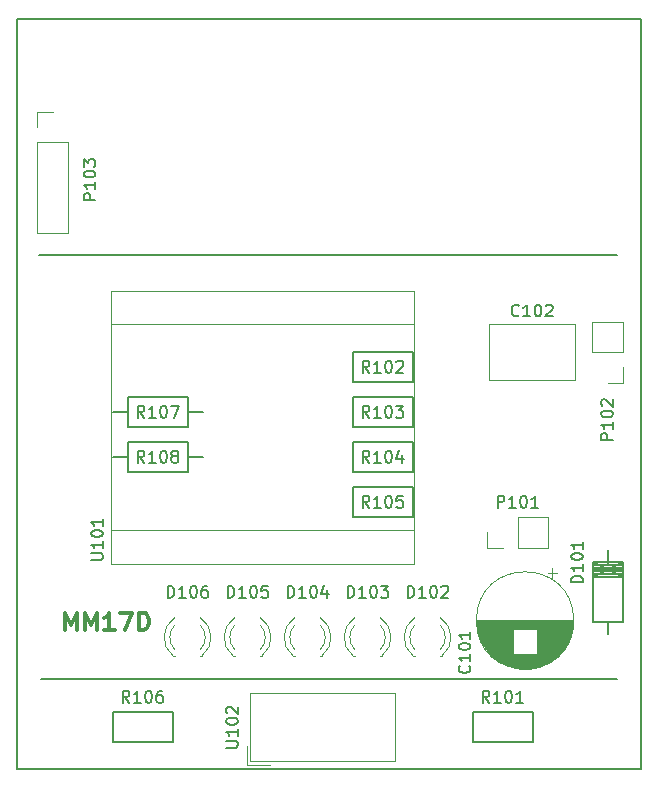
<source format=gbr>
%TF.GenerationSoftware,KiCad,Pcbnew,5.1.9+dfsg1-1+deb11u1*%
%TF.CreationDate,2023-10-13T11:59:52+02:00*%
%TF.ProjectId,mm17d,6d6d3137-642e-46b6-9963-61645f706362,231006*%
%TF.SameCoordinates,Original*%
%TF.FileFunction,Legend,Top*%
%TF.FilePolarity,Positive*%
%FSLAX46Y46*%
G04 Gerber Fmt 4.6, Leading zero omitted, Abs format (unit mm)*
G04 Created by KiCad (PCBNEW 5.1.9+dfsg1-1+deb11u1) date 2023-10-13 11:59:52*
%MOMM*%
%LPD*%
G01*
G04 APERTURE LIST*
%ADD10C,0.300000*%
%TA.AperFunction,Profile*%
%ADD11C,0.150000*%
%TD*%
%ADD12C,0.200000*%
%ADD13C,0.120000*%
%ADD14C,0.150000*%
G04 APERTURE END LIST*
D10*
X128036285Y-118788571D02*
X128036285Y-117288571D01*
X128536285Y-118360000D01*
X129036285Y-117288571D01*
X129036285Y-118788571D01*
X129750571Y-118788571D02*
X129750571Y-117288571D01*
X130250571Y-118360000D01*
X130750571Y-117288571D01*
X130750571Y-118788571D01*
X132250571Y-118788571D02*
X131393428Y-118788571D01*
X131822000Y-118788571D02*
X131822000Y-117288571D01*
X131679142Y-117502857D01*
X131536285Y-117645714D01*
X131393428Y-117717142D01*
X132750571Y-117288571D02*
X133750571Y-117288571D01*
X133107714Y-118788571D01*
X134322000Y-118788571D02*
X134322000Y-117288571D01*
X134679142Y-117288571D01*
X134893428Y-117360000D01*
X135036285Y-117502857D01*
X135107714Y-117645714D01*
X135179142Y-117931428D01*
X135179142Y-118145714D01*
X135107714Y-118431428D01*
X135036285Y-118574285D01*
X134893428Y-118717142D01*
X134679142Y-118788571D01*
X134322000Y-118788571D01*
D11*
X123952000Y-67056000D02*
X123952000Y-130556000D01*
X176784000Y-67056000D02*
X123952000Y-67056000D01*
X176784000Y-130556000D02*
X176784000Y-67056000D01*
X123952000Y-130556000D02*
X176784000Y-130556000D01*
D12*
X125984000Y-122936000D02*
X174752000Y-122936000D01*
X174752000Y-86995000D02*
X125857000Y-86995000D01*
D13*
%TO.C,P103*%
X125670000Y-74870000D02*
X127000000Y-74870000D01*
X125670000Y-76200000D02*
X125670000Y-74870000D01*
X125670000Y-77470000D02*
X128330000Y-77470000D01*
X128330000Y-77470000D02*
X128330000Y-85150000D01*
X125670000Y-77470000D02*
X125670000Y-85150000D01*
X125670000Y-85150000D02*
X128330000Y-85150000D01*
%TO.C,U101*%
X157600000Y-94250000D02*
X157600000Y-92880000D01*
X157600000Y-92880000D02*
X131960000Y-92880000D01*
X131960000Y-92880000D02*
X131960000Y-97620000D01*
X131960000Y-110320000D02*
X157600000Y-110320000D01*
X157600000Y-97620000D02*
X157600000Y-96250000D01*
X157600000Y-90050000D02*
X131960000Y-90050000D01*
X131960000Y-90050000D02*
X131960000Y-113150000D01*
X131960000Y-113150000D02*
X157600000Y-113150000D01*
X157607000Y-113131600D02*
X157600000Y-90050000D01*
D14*
%TO.C,R102*%
X157480000Y-97790000D02*
X152400000Y-97790000D01*
X152400000Y-97790000D02*
X152400000Y-95250000D01*
X152400000Y-95250000D02*
X157480000Y-95250000D01*
X157480000Y-95250000D02*
X157480000Y-97790000D01*
%TO.C,R103*%
X152400000Y-99060000D02*
X157480000Y-99060000D01*
X157480000Y-99060000D02*
X157480000Y-101600000D01*
X157480000Y-101600000D02*
X152400000Y-101600000D01*
X152400000Y-101600000D02*
X152400000Y-99060000D01*
%TO.C,R105*%
X152400000Y-106680000D02*
X157480000Y-106680000D01*
X157480000Y-106680000D02*
X157480000Y-109220000D01*
X157480000Y-109220000D02*
X152400000Y-109220000D01*
X152400000Y-109220000D02*
X152400000Y-106680000D01*
%TO.C,R104*%
X152400000Y-102870000D02*
X157480000Y-102870000D01*
X157480000Y-102870000D02*
X157480000Y-105410000D01*
X157480000Y-105410000D02*
X152400000Y-105410000D01*
X152400000Y-105410000D02*
X152400000Y-102870000D01*
%TO.C,R106*%
X132080000Y-125730000D02*
X137160000Y-125730000D01*
X137160000Y-125730000D02*
X137160000Y-128270000D01*
X137160000Y-128270000D02*
X132080000Y-128270000D01*
X132080000Y-128270000D02*
X132080000Y-125730000D01*
%TO.C,R107*%
X133350000Y-99060000D02*
X138430000Y-99060000D01*
X138430000Y-99060000D02*
X138430000Y-101600000D01*
X138430000Y-101600000D02*
X133350000Y-101600000D01*
X133350000Y-101600000D02*
X133350000Y-99060000D01*
X133350000Y-100330000D02*
X132080000Y-100330000D01*
X138430000Y-100330000D02*
X139700000Y-100330000D01*
%TO.C,R108*%
X133350000Y-102870000D02*
X138430000Y-102870000D01*
X138430000Y-102870000D02*
X138430000Y-105410000D01*
X138430000Y-105410000D02*
X133350000Y-105410000D01*
X133350000Y-105410000D02*
X133350000Y-102870000D01*
X133350000Y-104140000D02*
X132080000Y-104140000D01*
X138430000Y-104140000D02*
X139700000Y-104140000D01*
%TO.C,R101*%
X167640000Y-128270000D02*
X162560000Y-128270000D01*
X162560000Y-128270000D02*
X162560000Y-125730000D01*
X162560000Y-125730000D02*
X167640000Y-125730000D01*
X167640000Y-125730000D02*
X167640000Y-128270000D01*
%TO.C,D101*%
X173992540Y-118110000D02*
X173992540Y-119126000D01*
X173992540Y-113284000D02*
X173992540Y-112014000D01*
X175262540Y-113538000D02*
X172722540Y-113538000D01*
X175262540Y-113792000D02*
X172722540Y-113792000D01*
X175262540Y-114046000D02*
X172722540Y-114046000D01*
X175262540Y-113284000D02*
X172722540Y-113284000D01*
X175262540Y-114300000D02*
X172722540Y-113030000D01*
X175262540Y-113030000D02*
X172722540Y-114300000D01*
X175262540Y-114300000D02*
X172722540Y-114300000D01*
X175262540Y-113665000D02*
X172722540Y-113665000D01*
X172722540Y-113030000D02*
X175262540Y-113030000D01*
X175262540Y-113030000D02*
X175262540Y-118110000D01*
X175262540Y-118110000D02*
X172722540Y-118110000D01*
X172722540Y-118110000D02*
X172722540Y-113030000D01*
D13*
%TO.C,C101*%
X169720000Y-113945302D02*
X168920000Y-113945302D01*
X169320000Y-113545302D02*
X169320000Y-114345302D01*
X167538000Y-122036000D02*
X166472000Y-122036000D01*
X167773000Y-121996000D02*
X166237000Y-121996000D01*
X167953000Y-121956000D02*
X166057000Y-121956000D01*
X168103000Y-121916000D02*
X165907000Y-121916000D01*
X168234000Y-121876000D02*
X165776000Y-121876000D01*
X168351000Y-121836000D02*
X165659000Y-121836000D01*
X168458000Y-121796000D02*
X165552000Y-121796000D01*
X168557000Y-121756000D02*
X165453000Y-121756000D01*
X168650000Y-121716000D02*
X165360000Y-121716000D01*
X168736000Y-121676000D02*
X165274000Y-121676000D01*
X168818000Y-121636000D02*
X165192000Y-121636000D01*
X168895000Y-121596000D02*
X165115000Y-121596000D01*
X168969000Y-121556000D02*
X165041000Y-121556000D01*
X169039000Y-121516000D02*
X164971000Y-121516000D01*
X169107000Y-121476000D02*
X164903000Y-121476000D01*
X169171000Y-121436000D02*
X164839000Y-121436000D01*
X169233000Y-121396000D02*
X164777000Y-121396000D01*
X169292000Y-121356000D02*
X164718000Y-121356000D01*
X169350000Y-121316000D02*
X164660000Y-121316000D01*
X169405000Y-121276000D02*
X164605000Y-121276000D01*
X169459000Y-121236000D02*
X164551000Y-121236000D01*
X169510000Y-121196000D02*
X164500000Y-121196000D01*
X169561000Y-121156000D02*
X164449000Y-121156000D01*
X169609000Y-121116000D02*
X164401000Y-121116000D01*
X169656000Y-121076000D02*
X164354000Y-121076000D01*
X169702000Y-121036000D02*
X164308000Y-121036000D01*
X169746000Y-120996000D02*
X164264000Y-120996000D01*
X169789000Y-120956000D02*
X164221000Y-120956000D01*
X169831000Y-120916000D02*
X164179000Y-120916000D01*
X169872000Y-120876000D02*
X164138000Y-120876000D01*
X169912000Y-120836000D02*
X164098000Y-120836000D01*
X169950000Y-120796000D02*
X164060000Y-120796000D01*
X169988000Y-120756000D02*
X164022000Y-120756000D01*
X165965000Y-120716000D02*
X163986000Y-120716000D01*
X170024000Y-120716000D02*
X168045000Y-120716000D01*
X165965000Y-120676000D02*
X163950000Y-120676000D01*
X170060000Y-120676000D02*
X168045000Y-120676000D01*
X165965000Y-120636000D02*
X163915000Y-120636000D01*
X170095000Y-120636000D02*
X168045000Y-120636000D01*
X165965000Y-120596000D02*
X163881000Y-120596000D01*
X170129000Y-120596000D02*
X168045000Y-120596000D01*
X165965000Y-120556000D02*
X163849000Y-120556000D01*
X170161000Y-120556000D02*
X168045000Y-120556000D01*
X165965000Y-120516000D02*
X163816000Y-120516000D01*
X170194000Y-120516000D02*
X168045000Y-120516000D01*
X165965000Y-120476000D02*
X163785000Y-120476000D01*
X170225000Y-120476000D02*
X168045000Y-120476000D01*
X165965000Y-120436000D02*
X163755000Y-120436000D01*
X170255000Y-120436000D02*
X168045000Y-120436000D01*
X165965000Y-120396000D02*
X163725000Y-120396000D01*
X170285000Y-120396000D02*
X168045000Y-120396000D01*
X165965000Y-120356000D02*
X163696000Y-120356000D01*
X170314000Y-120356000D02*
X168045000Y-120356000D01*
X165965000Y-120316000D02*
X163667000Y-120316000D01*
X170343000Y-120316000D02*
X168045000Y-120316000D01*
X165965000Y-120276000D02*
X163640000Y-120276000D01*
X170370000Y-120276000D02*
X168045000Y-120276000D01*
X165965000Y-120236000D02*
X163613000Y-120236000D01*
X170397000Y-120236000D02*
X168045000Y-120236000D01*
X165965000Y-120196000D02*
X163587000Y-120196000D01*
X170423000Y-120196000D02*
X168045000Y-120196000D01*
X165965000Y-120156000D02*
X163561000Y-120156000D01*
X170449000Y-120156000D02*
X168045000Y-120156000D01*
X165965000Y-120116000D02*
X163536000Y-120116000D01*
X170474000Y-120116000D02*
X168045000Y-120116000D01*
X165965000Y-120076000D02*
X163512000Y-120076000D01*
X170498000Y-120076000D02*
X168045000Y-120076000D01*
X165965000Y-120036000D02*
X163488000Y-120036000D01*
X170522000Y-120036000D02*
X168045000Y-120036000D01*
X165965000Y-119996000D02*
X163465000Y-119996000D01*
X170545000Y-119996000D02*
X168045000Y-119996000D01*
X165965000Y-119956000D02*
X163443000Y-119956000D01*
X170567000Y-119956000D02*
X168045000Y-119956000D01*
X165965000Y-119916000D02*
X163421000Y-119916000D01*
X170589000Y-119916000D02*
X168045000Y-119916000D01*
X165965000Y-119876000D02*
X163399000Y-119876000D01*
X170611000Y-119876000D02*
X168045000Y-119876000D01*
X165965000Y-119836000D02*
X163378000Y-119836000D01*
X170632000Y-119836000D02*
X168045000Y-119836000D01*
X165965000Y-119796000D02*
X163358000Y-119796000D01*
X170652000Y-119796000D02*
X168045000Y-119796000D01*
X165965000Y-119756000D02*
X163339000Y-119756000D01*
X170671000Y-119756000D02*
X168045000Y-119756000D01*
X165965000Y-119716000D02*
X163319000Y-119716000D01*
X170691000Y-119716000D02*
X168045000Y-119716000D01*
X165965000Y-119676000D02*
X163301000Y-119676000D01*
X170709000Y-119676000D02*
X168045000Y-119676000D01*
X165965000Y-119636000D02*
X163283000Y-119636000D01*
X170727000Y-119636000D02*
X168045000Y-119636000D01*
X165965000Y-119596000D02*
X163265000Y-119596000D01*
X170745000Y-119596000D02*
X168045000Y-119596000D01*
X165965000Y-119556000D02*
X163248000Y-119556000D01*
X170762000Y-119556000D02*
X168045000Y-119556000D01*
X165965000Y-119516000D02*
X163231000Y-119516000D01*
X170779000Y-119516000D02*
X168045000Y-119516000D01*
X165965000Y-119476000D02*
X163215000Y-119476000D01*
X170795000Y-119476000D02*
X168045000Y-119476000D01*
X165965000Y-119436000D02*
X163200000Y-119436000D01*
X170810000Y-119436000D02*
X168045000Y-119436000D01*
X165965000Y-119396000D02*
X163184000Y-119396000D01*
X170826000Y-119396000D02*
X168045000Y-119396000D01*
X165965000Y-119356000D02*
X163170000Y-119356000D01*
X170840000Y-119356000D02*
X168045000Y-119356000D01*
X165965000Y-119316000D02*
X163155000Y-119316000D01*
X170855000Y-119316000D02*
X168045000Y-119316000D01*
X165965000Y-119276000D02*
X163142000Y-119276000D01*
X170868000Y-119276000D02*
X168045000Y-119276000D01*
X165965000Y-119236000D02*
X163128000Y-119236000D01*
X170882000Y-119236000D02*
X168045000Y-119236000D01*
X165965000Y-119196000D02*
X163116000Y-119196000D01*
X170894000Y-119196000D02*
X168045000Y-119196000D01*
X165965000Y-119156000D02*
X163103000Y-119156000D01*
X170907000Y-119156000D02*
X168045000Y-119156000D01*
X165965000Y-119116000D02*
X163091000Y-119116000D01*
X170919000Y-119116000D02*
X168045000Y-119116000D01*
X165965000Y-119076000D02*
X163080000Y-119076000D01*
X170930000Y-119076000D02*
X168045000Y-119076000D01*
X165965000Y-119036000D02*
X163069000Y-119036000D01*
X170941000Y-119036000D02*
X168045000Y-119036000D01*
X165965000Y-118996000D02*
X163058000Y-118996000D01*
X170952000Y-118996000D02*
X168045000Y-118996000D01*
X165965000Y-118956000D02*
X163048000Y-118956000D01*
X170962000Y-118956000D02*
X168045000Y-118956000D01*
X165965000Y-118916000D02*
X163038000Y-118916000D01*
X170972000Y-118916000D02*
X168045000Y-118916000D01*
X165965000Y-118876000D02*
X163029000Y-118876000D01*
X170981000Y-118876000D02*
X168045000Y-118876000D01*
X165965000Y-118836000D02*
X163020000Y-118836000D01*
X170990000Y-118836000D02*
X168045000Y-118836000D01*
X165965000Y-118796000D02*
X163011000Y-118796000D01*
X170999000Y-118796000D02*
X168045000Y-118796000D01*
X165965000Y-118756000D02*
X163003000Y-118756000D01*
X171007000Y-118756000D02*
X168045000Y-118756000D01*
X165965000Y-118716000D02*
X162995000Y-118716000D01*
X171015000Y-118716000D02*
X168045000Y-118716000D01*
X165965000Y-118676000D02*
X162988000Y-118676000D01*
X171022000Y-118676000D02*
X168045000Y-118676000D01*
X171029000Y-118635000D02*
X162981000Y-118635000D01*
X171035000Y-118595000D02*
X162975000Y-118595000D01*
X171042000Y-118555000D02*
X162968000Y-118555000D01*
X171047000Y-118515000D02*
X162963000Y-118515000D01*
X171053000Y-118475000D02*
X162957000Y-118475000D01*
X171057000Y-118435000D02*
X162953000Y-118435000D01*
X171062000Y-118395000D02*
X162948000Y-118395000D01*
X171066000Y-118355000D02*
X162944000Y-118355000D01*
X171070000Y-118315000D02*
X162940000Y-118315000D01*
X171073000Y-118275000D02*
X162937000Y-118275000D01*
X171076000Y-118235000D02*
X162934000Y-118235000D01*
X171079000Y-118195000D02*
X162931000Y-118195000D01*
X171081000Y-118155000D02*
X162929000Y-118155000D01*
X171082000Y-118115000D02*
X162928000Y-118115000D01*
X171084000Y-118075000D02*
X162926000Y-118075000D01*
X171085000Y-118035000D02*
X162925000Y-118035000D01*
X171085000Y-117995000D02*
X162925000Y-117995000D01*
X171085000Y-117955000D02*
X162925000Y-117955000D01*
X171125000Y-117955000D02*
G75*
G03*
X171125000Y-117955000I-4120000J0D01*
G01*
%TO.C,C102*%
X171220000Y-92880000D02*
X171220000Y-97620000D01*
X163980000Y-92880000D02*
X163980000Y-97620000D01*
X163980000Y-97620000D02*
X171220000Y-97620000D01*
X163980000Y-92880000D02*
X171220000Y-92880000D01*
%TO.C,D102*%
X159830000Y-120940000D02*
X159986000Y-120940000D01*
X157514000Y-120940000D02*
X157670000Y-120940000D01*
X157671392Y-117707665D02*
G75*
G03*
X157514484Y-120940000I1078608J-1672335D01*
G01*
X159828608Y-117707665D02*
G75*
G02*
X159985516Y-120940000I-1078608J-1672335D01*
G01*
X157670163Y-118338870D02*
G75*
G03*
X157670000Y-120420961I1079837J-1041130D01*
G01*
X159829837Y-118338870D02*
G75*
G02*
X159830000Y-120420961I-1079837J-1041130D01*
G01*
%TO.C,D103*%
X154749837Y-118338870D02*
G75*
G02*
X154750000Y-120420961I-1079837J-1041130D01*
G01*
X152590163Y-118338870D02*
G75*
G03*
X152590000Y-120420961I1079837J-1041130D01*
G01*
X154748608Y-117707665D02*
G75*
G02*
X154905516Y-120940000I-1078608J-1672335D01*
G01*
X152591392Y-117707665D02*
G75*
G03*
X152434484Y-120940000I1078608J-1672335D01*
G01*
X152434000Y-120940000D02*
X152590000Y-120940000D01*
X154750000Y-120940000D02*
X154906000Y-120940000D01*
%TO.C,D104*%
X149670000Y-120940000D02*
X149826000Y-120940000D01*
X147354000Y-120940000D02*
X147510000Y-120940000D01*
X147511392Y-117707665D02*
G75*
G03*
X147354484Y-120940000I1078608J-1672335D01*
G01*
X149668608Y-117707665D02*
G75*
G02*
X149825516Y-120940000I-1078608J-1672335D01*
G01*
X147510163Y-118338870D02*
G75*
G03*
X147510000Y-120420961I1079837J-1041130D01*
G01*
X149669837Y-118338870D02*
G75*
G02*
X149670000Y-120420961I-1079837J-1041130D01*
G01*
%TO.C,D105*%
X144590000Y-120940000D02*
X144746000Y-120940000D01*
X142274000Y-120940000D02*
X142430000Y-120940000D01*
X142431392Y-117707665D02*
G75*
G03*
X142274484Y-120940000I1078608J-1672335D01*
G01*
X144588608Y-117707665D02*
G75*
G02*
X144745516Y-120940000I-1078608J-1672335D01*
G01*
X142430163Y-118338870D02*
G75*
G03*
X142430000Y-120420961I1079837J-1041130D01*
G01*
X144589837Y-118338870D02*
G75*
G02*
X144590000Y-120420961I-1079837J-1041130D01*
G01*
%TO.C,D106*%
X139509837Y-118338870D02*
G75*
G02*
X139510000Y-120420961I-1079837J-1041130D01*
G01*
X137350163Y-118338870D02*
G75*
G03*
X137350000Y-120420961I1079837J-1041130D01*
G01*
X139508608Y-117707665D02*
G75*
G02*
X139665516Y-120940000I-1078608J-1672335D01*
G01*
X137351392Y-117707665D02*
G75*
G03*
X137194484Y-120940000I1078608J-1672335D01*
G01*
X137194000Y-120940000D02*
X137350000Y-120940000D01*
X139510000Y-120940000D02*
X139666000Y-120940000D01*
%TO.C,P101*%
X163770000Y-111820000D02*
X163770000Y-110490000D01*
X165100000Y-111820000D02*
X163770000Y-111820000D01*
X166370000Y-111820000D02*
X166370000Y-109160000D01*
X166370000Y-109160000D02*
X168970000Y-109160000D01*
X166370000Y-111820000D02*
X168970000Y-111820000D01*
X168970000Y-111820000D02*
X168970000Y-109160000D01*
%TO.C,P102*%
X175320000Y-92650000D02*
X172660000Y-92650000D01*
X175320000Y-95250000D02*
X175320000Y-92650000D01*
X172660000Y-95250000D02*
X172660000Y-92650000D01*
X175320000Y-95250000D02*
X172660000Y-95250000D01*
X175320000Y-96520000D02*
X175320000Y-97850000D01*
X175320000Y-97850000D02*
X173990000Y-97850000D01*
%TO.C,U102*%
X143450000Y-130160000D02*
X143450000Y-128550000D01*
X143450000Y-130160000D02*
X145450000Y-130160000D01*
X155990000Y-129880000D02*
X143740000Y-129880000D01*
X155990000Y-124120000D02*
X155990000Y-129880000D01*
X143730000Y-124120000D02*
X155990000Y-124120000D01*
X143730000Y-129870000D02*
X143730000Y-124130000D01*
%TD*%
%TO.C,P103*%
D14*
X130627380Y-82335476D02*
X129627380Y-82335476D01*
X129627380Y-81954523D01*
X129675000Y-81859285D01*
X129722619Y-81811666D01*
X129817857Y-81764047D01*
X129960714Y-81764047D01*
X130055952Y-81811666D01*
X130103571Y-81859285D01*
X130151190Y-81954523D01*
X130151190Y-82335476D01*
X130627380Y-80811666D02*
X130627380Y-81383095D01*
X130627380Y-81097380D02*
X129627380Y-81097380D01*
X129770238Y-81192619D01*
X129865476Y-81287857D01*
X129913095Y-81383095D01*
X129627380Y-80192619D02*
X129627380Y-80097380D01*
X129675000Y-80002142D01*
X129722619Y-79954523D01*
X129817857Y-79906904D01*
X130008333Y-79859285D01*
X130246428Y-79859285D01*
X130436904Y-79906904D01*
X130532142Y-79954523D01*
X130579761Y-80002142D01*
X130627380Y-80097380D01*
X130627380Y-80192619D01*
X130579761Y-80287857D01*
X130532142Y-80335476D01*
X130436904Y-80383095D01*
X130246428Y-80430714D01*
X130008333Y-80430714D01*
X129817857Y-80383095D01*
X129722619Y-80335476D01*
X129675000Y-80287857D01*
X129627380Y-80192619D01*
X129627380Y-79525952D02*
X129627380Y-78906904D01*
X130008333Y-79240238D01*
X130008333Y-79097380D01*
X130055952Y-79002142D01*
X130103571Y-78954523D01*
X130198809Y-78906904D01*
X130436904Y-78906904D01*
X130532142Y-78954523D01*
X130579761Y-79002142D01*
X130627380Y-79097380D01*
X130627380Y-79383095D01*
X130579761Y-79478333D01*
X130532142Y-79525952D01*
%TO.C,U101*%
X130262380Y-112839285D02*
X131071904Y-112839285D01*
X131167142Y-112791666D01*
X131214761Y-112744047D01*
X131262380Y-112648809D01*
X131262380Y-112458333D01*
X131214761Y-112363095D01*
X131167142Y-112315476D01*
X131071904Y-112267857D01*
X130262380Y-112267857D01*
X131262380Y-111267857D02*
X131262380Y-111839285D01*
X131262380Y-111553571D02*
X130262380Y-111553571D01*
X130405238Y-111648809D01*
X130500476Y-111744047D01*
X130548095Y-111839285D01*
X130262380Y-110648809D02*
X130262380Y-110553571D01*
X130310000Y-110458333D01*
X130357619Y-110410714D01*
X130452857Y-110363095D01*
X130643333Y-110315476D01*
X130881428Y-110315476D01*
X131071904Y-110363095D01*
X131167142Y-110410714D01*
X131214761Y-110458333D01*
X131262380Y-110553571D01*
X131262380Y-110648809D01*
X131214761Y-110744047D01*
X131167142Y-110791666D01*
X131071904Y-110839285D01*
X130881428Y-110886904D01*
X130643333Y-110886904D01*
X130452857Y-110839285D01*
X130357619Y-110791666D01*
X130310000Y-110744047D01*
X130262380Y-110648809D01*
X131262380Y-109363095D02*
X131262380Y-109934523D01*
X131262380Y-109648809D02*
X130262380Y-109648809D01*
X130405238Y-109744047D01*
X130500476Y-109839285D01*
X130548095Y-109934523D01*
%TO.C,R102*%
X153820952Y-96972380D02*
X153487619Y-96496190D01*
X153249523Y-96972380D02*
X153249523Y-95972380D01*
X153630476Y-95972380D01*
X153725714Y-96020000D01*
X153773333Y-96067619D01*
X153820952Y-96162857D01*
X153820952Y-96305714D01*
X153773333Y-96400952D01*
X153725714Y-96448571D01*
X153630476Y-96496190D01*
X153249523Y-96496190D01*
X154773333Y-96972380D02*
X154201904Y-96972380D01*
X154487619Y-96972380D02*
X154487619Y-95972380D01*
X154392380Y-96115238D01*
X154297142Y-96210476D01*
X154201904Y-96258095D01*
X155392380Y-95972380D02*
X155487619Y-95972380D01*
X155582857Y-96020000D01*
X155630476Y-96067619D01*
X155678095Y-96162857D01*
X155725714Y-96353333D01*
X155725714Y-96591428D01*
X155678095Y-96781904D01*
X155630476Y-96877142D01*
X155582857Y-96924761D01*
X155487619Y-96972380D01*
X155392380Y-96972380D01*
X155297142Y-96924761D01*
X155249523Y-96877142D01*
X155201904Y-96781904D01*
X155154285Y-96591428D01*
X155154285Y-96353333D01*
X155201904Y-96162857D01*
X155249523Y-96067619D01*
X155297142Y-96020000D01*
X155392380Y-95972380D01*
X156106666Y-96067619D02*
X156154285Y-96020000D01*
X156249523Y-95972380D01*
X156487619Y-95972380D01*
X156582857Y-96020000D01*
X156630476Y-96067619D01*
X156678095Y-96162857D01*
X156678095Y-96258095D01*
X156630476Y-96400952D01*
X156059047Y-96972380D01*
X156678095Y-96972380D01*
%TO.C,R103*%
X153820952Y-100782380D02*
X153487619Y-100306190D01*
X153249523Y-100782380D02*
X153249523Y-99782380D01*
X153630476Y-99782380D01*
X153725714Y-99830000D01*
X153773333Y-99877619D01*
X153820952Y-99972857D01*
X153820952Y-100115714D01*
X153773333Y-100210952D01*
X153725714Y-100258571D01*
X153630476Y-100306190D01*
X153249523Y-100306190D01*
X154773333Y-100782380D02*
X154201904Y-100782380D01*
X154487619Y-100782380D02*
X154487619Y-99782380D01*
X154392380Y-99925238D01*
X154297142Y-100020476D01*
X154201904Y-100068095D01*
X155392380Y-99782380D02*
X155487619Y-99782380D01*
X155582857Y-99830000D01*
X155630476Y-99877619D01*
X155678095Y-99972857D01*
X155725714Y-100163333D01*
X155725714Y-100401428D01*
X155678095Y-100591904D01*
X155630476Y-100687142D01*
X155582857Y-100734761D01*
X155487619Y-100782380D01*
X155392380Y-100782380D01*
X155297142Y-100734761D01*
X155249523Y-100687142D01*
X155201904Y-100591904D01*
X155154285Y-100401428D01*
X155154285Y-100163333D01*
X155201904Y-99972857D01*
X155249523Y-99877619D01*
X155297142Y-99830000D01*
X155392380Y-99782380D01*
X156059047Y-99782380D02*
X156678095Y-99782380D01*
X156344761Y-100163333D01*
X156487619Y-100163333D01*
X156582857Y-100210952D01*
X156630476Y-100258571D01*
X156678095Y-100353809D01*
X156678095Y-100591904D01*
X156630476Y-100687142D01*
X156582857Y-100734761D01*
X156487619Y-100782380D01*
X156201904Y-100782380D01*
X156106666Y-100734761D01*
X156059047Y-100687142D01*
%TO.C,R105*%
X153820952Y-108402380D02*
X153487619Y-107926190D01*
X153249523Y-108402380D02*
X153249523Y-107402380D01*
X153630476Y-107402380D01*
X153725714Y-107450000D01*
X153773333Y-107497619D01*
X153820952Y-107592857D01*
X153820952Y-107735714D01*
X153773333Y-107830952D01*
X153725714Y-107878571D01*
X153630476Y-107926190D01*
X153249523Y-107926190D01*
X154773333Y-108402380D02*
X154201904Y-108402380D01*
X154487619Y-108402380D02*
X154487619Y-107402380D01*
X154392380Y-107545238D01*
X154297142Y-107640476D01*
X154201904Y-107688095D01*
X155392380Y-107402380D02*
X155487619Y-107402380D01*
X155582857Y-107450000D01*
X155630476Y-107497619D01*
X155678095Y-107592857D01*
X155725714Y-107783333D01*
X155725714Y-108021428D01*
X155678095Y-108211904D01*
X155630476Y-108307142D01*
X155582857Y-108354761D01*
X155487619Y-108402380D01*
X155392380Y-108402380D01*
X155297142Y-108354761D01*
X155249523Y-108307142D01*
X155201904Y-108211904D01*
X155154285Y-108021428D01*
X155154285Y-107783333D01*
X155201904Y-107592857D01*
X155249523Y-107497619D01*
X155297142Y-107450000D01*
X155392380Y-107402380D01*
X156630476Y-107402380D02*
X156154285Y-107402380D01*
X156106666Y-107878571D01*
X156154285Y-107830952D01*
X156249523Y-107783333D01*
X156487619Y-107783333D01*
X156582857Y-107830952D01*
X156630476Y-107878571D01*
X156678095Y-107973809D01*
X156678095Y-108211904D01*
X156630476Y-108307142D01*
X156582857Y-108354761D01*
X156487619Y-108402380D01*
X156249523Y-108402380D01*
X156154285Y-108354761D01*
X156106666Y-108307142D01*
%TO.C,R104*%
X153820952Y-104592380D02*
X153487619Y-104116190D01*
X153249523Y-104592380D02*
X153249523Y-103592380D01*
X153630476Y-103592380D01*
X153725714Y-103640000D01*
X153773333Y-103687619D01*
X153820952Y-103782857D01*
X153820952Y-103925714D01*
X153773333Y-104020952D01*
X153725714Y-104068571D01*
X153630476Y-104116190D01*
X153249523Y-104116190D01*
X154773333Y-104592380D02*
X154201904Y-104592380D01*
X154487619Y-104592380D02*
X154487619Y-103592380D01*
X154392380Y-103735238D01*
X154297142Y-103830476D01*
X154201904Y-103878095D01*
X155392380Y-103592380D02*
X155487619Y-103592380D01*
X155582857Y-103640000D01*
X155630476Y-103687619D01*
X155678095Y-103782857D01*
X155725714Y-103973333D01*
X155725714Y-104211428D01*
X155678095Y-104401904D01*
X155630476Y-104497142D01*
X155582857Y-104544761D01*
X155487619Y-104592380D01*
X155392380Y-104592380D01*
X155297142Y-104544761D01*
X155249523Y-104497142D01*
X155201904Y-104401904D01*
X155154285Y-104211428D01*
X155154285Y-103973333D01*
X155201904Y-103782857D01*
X155249523Y-103687619D01*
X155297142Y-103640000D01*
X155392380Y-103592380D01*
X156582857Y-103925714D02*
X156582857Y-104592380D01*
X156344761Y-103544761D02*
X156106666Y-104259047D01*
X156725714Y-104259047D01*
%TO.C,R106*%
X133500952Y-124912380D02*
X133167619Y-124436190D01*
X132929523Y-124912380D02*
X132929523Y-123912380D01*
X133310476Y-123912380D01*
X133405714Y-123960000D01*
X133453333Y-124007619D01*
X133500952Y-124102857D01*
X133500952Y-124245714D01*
X133453333Y-124340952D01*
X133405714Y-124388571D01*
X133310476Y-124436190D01*
X132929523Y-124436190D01*
X134453333Y-124912380D02*
X133881904Y-124912380D01*
X134167619Y-124912380D02*
X134167619Y-123912380D01*
X134072380Y-124055238D01*
X133977142Y-124150476D01*
X133881904Y-124198095D01*
X135072380Y-123912380D02*
X135167619Y-123912380D01*
X135262857Y-123960000D01*
X135310476Y-124007619D01*
X135358095Y-124102857D01*
X135405714Y-124293333D01*
X135405714Y-124531428D01*
X135358095Y-124721904D01*
X135310476Y-124817142D01*
X135262857Y-124864761D01*
X135167619Y-124912380D01*
X135072380Y-124912380D01*
X134977142Y-124864761D01*
X134929523Y-124817142D01*
X134881904Y-124721904D01*
X134834285Y-124531428D01*
X134834285Y-124293333D01*
X134881904Y-124102857D01*
X134929523Y-124007619D01*
X134977142Y-123960000D01*
X135072380Y-123912380D01*
X136262857Y-123912380D02*
X136072380Y-123912380D01*
X135977142Y-123960000D01*
X135929523Y-124007619D01*
X135834285Y-124150476D01*
X135786666Y-124340952D01*
X135786666Y-124721904D01*
X135834285Y-124817142D01*
X135881904Y-124864761D01*
X135977142Y-124912380D01*
X136167619Y-124912380D01*
X136262857Y-124864761D01*
X136310476Y-124817142D01*
X136358095Y-124721904D01*
X136358095Y-124483809D01*
X136310476Y-124388571D01*
X136262857Y-124340952D01*
X136167619Y-124293333D01*
X135977142Y-124293333D01*
X135881904Y-124340952D01*
X135834285Y-124388571D01*
X135786666Y-124483809D01*
%TO.C,R107*%
X134770952Y-100782380D02*
X134437619Y-100306190D01*
X134199523Y-100782380D02*
X134199523Y-99782380D01*
X134580476Y-99782380D01*
X134675714Y-99830000D01*
X134723333Y-99877619D01*
X134770952Y-99972857D01*
X134770952Y-100115714D01*
X134723333Y-100210952D01*
X134675714Y-100258571D01*
X134580476Y-100306190D01*
X134199523Y-100306190D01*
X135723333Y-100782380D02*
X135151904Y-100782380D01*
X135437619Y-100782380D02*
X135437619Y-99782380D01*
X135342380Y-99925238D01*
X135247142Y-100020476D01*
X135151904Y-100068095D01*
X136342380Y-99782380D02*
X136437619Y-99782380D01*
X136532857Y-99830000D01*
X136580476Y-99877619D01*
X136628095Y-99972857D01*
X136675714Y-100163333D01*
X136675714Y-100401428D01*
X136628095Y-100591904D01*
X136580476Y-100687142D01*
X136532857Y-100734761D01*
X136437619Y-100782380D01*
X136342380Y-100782380D01*
X136247142Y-100734761D01*
X136199523Y-100687142D01*
X136151904Y-100591904D01*
X136104285Y-100401428D01*
X136104285Y-100163333D01*
X136151904Y-99972857D01*
X136199523Y-99877619D01*
X136247142Y-99830000D01*
X136342380Y-99782380D01*
X137009047Y-99782380D02*
X137675714Y-99782380D01*
X137247142Y-100782380D01*
%TO.C,R108*%
X134770952Y-104592380D02*
X134437619Y-104116190D01*
X134199523Y-104592380D02*
X134199523Y-103592380D01*
X134580476Y-103592380D01*
X134675714Y-103640000D01*
X134723333Y-103687619D01*
X134770952Y-103782857D01*
X134770952Y-103925714D01*
X134723333Y-104020952D01*
X134675714Y-104068571D01*
X134580476Y-104116190D01*
X134199523Y-104116190D01*
X135723333Y-104592380D02*
X135151904Y-104592380D01*
X135437619Y-104592380D02*
X135437619Y-103592380D01*
X135342380Y-103735238D01*
X135247142Y-103830476D01*
X135151904Y-103878095D01*
X136342380Y-103592380D02*
X136437619Y-103592380D01*
X136532857Y-103640000D01*
X136580476Y-103687619D01*
X136628095Y-103782857D01*
X136675714Y-103973333D01*
X136675714Y-104211428D01*
X136628095Y-104401904D01*
X136580476Y-104497142D01*
X136532857Y-104544761D01*
X136437619Y-104592380D01*
X136342380Y-104592380D01*
X136247142Y-104544761D01*
X136199523Y-104497142D01*
X136151904Y-104401904D01*
X136104285Y-104211428D01*
X136104285Y-103973333D01*
X136151904Y-103782857D01*
X136199523Y-103687619D01*
X136247142Y-103640000D01*
X136342380Y-103592380D01*
X137247142Y-104020952D02*
X137151904Y-103973333D01*
X137104285Y-103925714D01*
X137056666Y-103830476D01*
X137056666Y-103782857D01*
X137104285Y-103687619D01*
X137151904Y-103640000D01*
X137247142Y-103592380D01*
X137437619Y-103592380D01*
X137532857Y-103640000D01*
X137580476Y-103687619D01*
X137628095Y-103782857D01*
X137628095Y-103830476D01*
X137580476Y-103925714D01*
X137532857Y-103973333D01*
X137437619Y-104020952D01*
X137247142Y-104020952D01*
X137151904Y-104068571D01*
X137104285Y-104116190D01*
X137056666Y-104211428D01*
X137056666Y-104401904D01*
X137104285Y-104497142D01*
X137151904Y-104544761D01*
X137247142Y-104592380D01*
X137437619Y-104592380D01*
X137532857Y-104544761D01*
X137580476Y-104497142D01*
X137628095Y-104401904D01*
X137628095Y-104211428D01*
X137580476Y-104116190D01*
X137532857Y-104068571D01*
X137437619Y-104020952D01*
%TO.C,R101*%
X163980952Y-124912380D02*
X163647619Y-124436190D01*
X163409523Y-124912380D02*
X163409523Y-123912380D01*
X163790476Y-123912380D01*
X163885714Y-123960000D01*
X163933333Y-124007619D01*
X163980952Y-124102857D01*
X163980952Y-124245714D01*
X163933333Y-124340952D01*
X163885714Y-124388571D01*
X163790476Y-124436190D01*
X163409523Y-124436190D01*
X164933333Y-124912380D02*
X164361904Y-124912380D01*
X164647619Y-124912380D02*
X164647619Y-123912380D01*
X164552380Y-124055238D01*
X164457142Y-124150476D01*
X164361904Y-124198095D01*
X165552380Y-123912380D02*
X165647619Y-123912380D01*
X165742857Y-123960000D01*
X165790476Y-124007619D01*
X165838095Y-124102857D01*
X165885714Y-124293333D01*
X165885714Y-124531428D01*
X165838095Y-124721904D01*
X165790476Y-124817142D01*
X165742857Y-124864761D01*
X165647619Y-124912380D01*
X165552380Y-124912380D01*
X165457142Y-124864761D01*
X165409523Y-124817142D01*
X165361904Y-124721904D01*
X165314285Y-124531428D01*
X165314285Y-124293333D01*
X165361904Y-124102857D01*
X165409523Y-124007619D01*
X165457142Y-123960000D01*
X165552380Y-123912380D01*
X166838095Y-124912380D02*
X166266666Y-124912380D01*
X166552380Y-124912380D02*
X166552380Y-123912380D01*
X166457142Y-124055238D01*
X166361904Y-124150476D01*
X166266666Y-124198095D01*
%TO.C,D101*%
X171904920Y-114720476D02*
X170904920Y-114720476D01*
X170904920Y-114482380D01*
X170952540Y-114339523D01*
X171047778Y-114244285D01*
X171143016Y-114196666D01*
X171333492Y-114149047D01*
X171476349Y-114149047D01*
X171666825Y-114196666D01*
X171762063Y-114244285D01*
X171857301Y-114339523D01*
X171904920Y-114482380D01*
X171904920Y-114720476D01*
X171904920Y-113196666D02*
X171904920Y-113768095D01*
X171904920Y-113482380D02*
X170904920Y-113482380D01*
X171047778Y-113577619D01*
X171143016Y-113672857D01*
X171190635Y-113768095D01*
X170904920Y-112577619D02*
X170904920Y-112482380D01*
X170952540Y-112387142D01*
X171000159Y-112339523D01*
X171095397Y-112291904D01*
X171285873Y-112244285D01*
X171523968Y-112244285D01*
X171714444Y-112291904D01*
X171809682Y-112339523D01*
X171857301Y-112387142D01*
X171904920Y-112482380D01*
X171904920Y-112577619D01*
X171857301Y-112672857D01*
X171809682Y-112720476D01*
X171714444Y-112768095D01*
X171523968Y-112815714D01*
X171285873Y-112815714D01*
X171095397Y-112768095D01*
X171000159Y-112720476D01*
X170952540Y-112672857D01*
X170904920Y-112577619D01*
X171904920Y-111291904D02*
X171904920Y-111863333D01*
X171904920Y-111577619D02*
X170904920Y-111577619D01*
X171047778Y-111672857D01*
X171143016Y-111768095D01*
X171190635Y-111863333D01*
%TO.C,C101*%
X162282142Y-121769047D02*
X162329761Y-121816666D01*
X162377380Y-121959523D01*
X162377380Y-122054761D01*
X162329761Y-122197619D01*
X162234523Y-122292857D01*
X162139285Y-122340476D01*
X161948809Y-122388095D01*
X161805952Y-122388095D01*
X161615476Y-122340476D01*
X161520238Y-122292857D01*
X161425000Y-122197619D01*
X161377380Y-122054761D01*
X161377380Y-121959523D01*
X161425000Y-121816666D01*
X161472619Y-121769047D01*
X162377380Y-120816666D02*
X162377380Y-121388095D01*
X162377380Y-121102380D02*
X161377380Y-121102380D01*
X161520238Y-121197619D01*
X161615476Y-121292857D01*
X161663095Y-121388095D01*
X161377380Y-120197619D02*
X161377380Y-120102380D01*
X161425000Y-120007142D01*
X161472619Y-119959523D01*
X161567857Y-119911904D01*
X161758333Y-119864285D01*
X161996428Y-119864285D01*
X162186904Y-119911904D01*
X162282142Y-119959523D01*
X162329761Y-120007142D01*
X162377380Y-120102380D01*
X162377380Y-120197619D01*
X162329761Y-120292857D01*
X162282142Y-120340476D01*
X162186904Y-120388095D01*
X161996428Y-120435714D01*
X161758333Y-120435714D01*
X161567857Y-120388095D01*
X161472619Y-120340476D01*
X161425000Y-120292857D01*
X161377380Y-120197619D01*
X162377380Y-118911904D02*
X162377380Y-119483333D01*
X162377380Y-119197619D02*
X161377380Y-119197619D01*
X161520238Y-119292857D01*
X161615476Y-119388095D01*
X161663095Y-119483333D01*
%TO.C,C102*%
X166480952Y-92107142D02*
X166433333Y-92154761D01*
X166290476Y-92202380D01*
X166195238Y-92202380D01*
X166052380Y-92154761D01*
X165957142Y-92059523D01*
X165909523Y-91964285D01*
X165861904Y-91773809D01*
X165861904Y-91630952D01*
X165909523Y-91440476D01*
X165957142Y-91345238D01*
X166052380Y-91250000D01*
X166195238Y-91202380D01*
X166290476Y-91202380D01*
X166433333Y-91250000D01*
X166480952Y-91297619D01*
X167433333Y-92202380D02*
X166861904Y-92202380D01*
X167147619Y-92202380D02*
X167147619Y-91202380D01*
X167052380Y-91345238D01*
X166957142Y-91440476D01*
X166861904Y-91488095D01*
X168052380Y-91202380D02*
X168147619Y-91202380D01*
X168242857Y-91250000D01*
X168290476Y-91297619D01*
X168338095Y-91392857D01*
X168385714Y-91583333D01*
X168385714Y-91821428D01*
X168338095Y-92011904D01*
X168290476Y-92107142D01*
X168242857Y-92154761D01*
X168147619Y-92202380D01*
X168052380Y-92202380D01*
X167957142Y-92154761D01*
X167909523Y-92107142D01*
X167861904Y-92011904D01*
X167814285Y-91821428D01*
X167814285Y-91583333D01*
X167861904Y-91392857D01*
X167909523Y-91297619D01*
X167957142Y-91250000D01*
X168052380Y-91202380D01*
X168766666Y-91297619D02*
X168814285Y-91250000D01*
X168909523Y-91202380D01*
X169147619Y-91202380D01*
X169242857Y-91250000D01*
X169290476Y-91297619D01*
X169338095Y-91392857D01*
X169338095Y-91488095D01*
X169290476Y-91630952D01*
X168719047Y-92202380D01*
X169338095Y-92202380D01*
%TO.C,D102*%
X157059523Y-116022380D02*
X157059523Y-115022380D01*
X157297619Y-115022380D01*
X157440476Y-115070000D01*
X157535714Y-115165238D01*
X157583333Y-115260476D01*
X157630952Y-115450952D01*
X157630952Y-115593809D01*
X157583333Y-115784285D01*
X157535714Y-115879523D01*
X157440476Y-115974761D01*
X157297619Y-116022380D01*
X157059523Y-116022380D01*
X158583333Y-116022380D02*
X158011904Y-116022380D01*
X158297619Y-116022380D02*
X158297619Y-115022380D01*
X158202380Y-115165238D01*
X158107142Y-115260476D01*
X158011904Y-115308095D01*
X159202380Y-115022380D02*
X159297619Y-115022380D01*
X159392857Y-115070000D01*
X159440476Y-115117619D01*
X159488095Y-115212857D01*
X159535714Y-115403333D01*
X159535714Y-115641428D01*
X159488095Y-115831904D01*
X159440476Y-115927142D01*
X159392857Y-115974761D01*
X159297619Y-116022380D01*
X159202380Y-116022380D01*
X159107142Y-115974761D01*
X159059523Y-115927142D01*
X159011904Y-115831904D01*
X158964285Y-115641428D01*
X158964285Y-115403333D01*
X159011904Y-115212857D01*
X159059523Y-115117619D01*
X159107142Y-115070000D01*
X159202380Y-115022380D01*
X159916666Y-115117619D02*
X159964285Y-115070000D01*
X160059523Y-115022380D01*
X160297619Y-115022380D01*
X160392857Y-115070000D01*
X160440476Y-115117619D01*
X160488095Y-115212857D01*
X160488095Y-115308095D01*
X160440476Y-115450952D01*
X159869047Y-116022380D01*
X160488095Y-116022380D01*
%TO.C,D103*%
X151979523Y-116022380D02*
X151979523Y-115022380D01*
X152217619Y-115022380D01*
X152360476Y-115070000D01*
X152455714Y-115165238D01*
X152503333Y-115260476D01*
X152550952Y-115450952D01*
X152550952Y-115593809D01*
X152503333Y-115784285D01*
X152455714Y-115879523D01*
X152360476Y-115974761D01*
X152217619Y-116022380D01*
X151979523Y-116022380D01*
X153503333Y-116022380D02*
X152931904Y-116022380D01*
X153217619Y-116022380D02*
X153217619Y-115022380D01*
X153122380Y-115165238D01*
X153027142Y-115260476D01*
X152931904Y-115308095D01*
X154122380Y-115022380D02*
X154217619Y-115022380D01*
X154312857Y-115070000D01*
X154360476Y-115117619D01*
X154408095Y-115212857D01*
X154455714Y-115403333D01*
X154455714Y-115641428D01*
X154408095Y-115831904D01*
X154360476Y-115927142D01*
X154312857Y-115974761D01*
X154217619Y-116022380D01*
X154122380Y-116022380D01*
X154027142Y-115974761D01*
X153979523Y-115927142D01*
X153931904Y-115831904D01*
X153884285Y-115641428D01*
X153884285Y-115403333D01*
X153931904Y-115212857D01*
X153979523Y-115117619D01*
X154027142Y-115070000D01*
X154122380Y-115022380D01*
X154789047Y-115022380D02*
X155408095Y-115022380D01*
X155074761Y-115403333D01*
X155217619Y-115403333D01*
X155312857Y-115450952D01*
X155360476Y-115498571D01*
X155408095Y-115593809D01*
X155408095Y-115831904D01*
X155360476Y-115927142D01*
X155312857Y-115974761D01*
X155217619Y-116022380D01*
X154931904Y-116022380D01*
X154836666Y-115974761D01*
X154789047Y-115927142D01*
%TO.C,D104*%
X146899523Y-116022380D02*
X146899523Y-115022380D01*
X147137619Y-115022380D01*
X147280476Y-115070000D01*
X147375714Y-115165238D01*
X147423333Y-115260476D01*
X147470952Y-115450952D01*
X147470952Y-115593809D01*
X147423333Y-115784285D01*
X147375714Y-115879523D01*
X147280476Y-115974761D01*
X147137619Y-116022380D01*
X146899523Y-116022380D01*
X148423333Y-116022380D02*
X147851904Y-116022380D01*
X148137619Y-116022380D02*
X148137619Y-115022380D01*
X148042380Y-115165238D01*
X147947142Y-115260476D01*
X147851904Y-115308095D01*
X149042380Y-115022380D02*
X149137619Y-115022380D01*
X149232857Y-115070000D01*
X149280476Y-115117619D01*
X149328095Y-115212857D01*
X149375714Y-115403333D01*
X149375714Y-115641428D01*
X149328095Y-115831904D01*
X149280476Y-115927142D01*
X149232857Y-115974761D01*
X149137619Y-116022380D01*
X149042380Y-116022380D01*
X148947142Y-115974761D01*
X148899523Y-115927142D01*
X148851904Y-115831904D01*
X148804285Y-115641428D01*
X148804285Y-115403333D01*
X148851904Y-115212857D01*
X148899523Y-115117619D01*
X148947142Y-115070000D01*
X149042380Y-115022380D01*
X150232857Y-115355714D02*
X150232857Y-116022380D01*
X149994761Y-114974761D02*
X149756666Y-115689047D01*
X150375714Y-115689047D01*
%TO.C,D105*%
X141819523Y-116022380D02*
X141819523Y-115022380D01*
X142057619Y-115022380D01*
X142200476Y-115070000D01*
X142295714Y-115165238D01*
X142343333Y-115260476D01*
X142390952Y-115450952D01*
X142390952Y-115593809D01*
X142343333Y-115784285D01*
X142295714Y-115879523D01*
X142200476Y-115974761D01*
X142057619Y-116022380D01*
X141819523Y-116022380D01*
X143343333Y-116022380D02*
X142771904Y-116022380D01*
X143057619Y-116022380D02*
X143057619Y-115022380D01*
X142962380Y-115165238D01*
X142867142Y-115260476D01*
X142771904Y-115308095D01*
X143962380Y-115022380D02*
X144057619Y-115022380D01*
X144152857Y-115070000D01*
X144200476Y-115117619D01*
X144248095Y-115212857D01*
X144295714Y-115403333D01*
X144295714Y-115641428D01*
X144248095Y-115831904D01*
X144200476Y-115927142D01*
X144152857Y-115974761D01*
X144057619Y-116022380D01*
X143962380Y-116022380D01*
X143867142Y-115974761D01*
X143819523Y-115927142D01*
X143771904Y-115831904D01*
X143724285Y-115641428D01*
X143724285Y-115403333D01*
X143771904Y-115212857D01*
X143819523Y-115117619D01*
X143867142Y-115070000D01*
X143962380Y-115022380D01*
X145200476Y-115022380D02*
X144724285Y-115022380D01*
X144676666Y-115498571D01*
X144724285Y-115450952D01*
X144819523Y-115403333D01*
X145057619Y-115403333D01*
X145152857Y-115450952D01*
X145200476Y-115498571D01*
X145248095Y-115593809D01*
X145248095Y-115831904D01*
X145200476Y-115927142D01*
X145152857Y-115974761D01*
X145057619Y-116022380D01*
X144819523Y-116022380D01*
X144724285Y-115974761D01*
X144676666Y-115927142D01*
%TO.C,D106*%
X136739523Y-116022380D02*
X136739523Y-115022380D01*
X136977619Y-115022380D01*
X137120476Y-115070000D01*
X137215714Y-115165238D01*
X137263333Y-115260476D01*
X137310952Y-115450952D01*
X137310952Y-115593809D01*
X137263333Y-115784285D01*
X137215714Y-115879523D01*
X137120476Y-115974761D01*
X136977619Y-116022380D01*
X136739523Y-116022380D01*
X138263333Y-116022380D02*
X137691904Y-116022380D01*
X137977619Y-116022380D02*
X137977619Y-115022380D01*
X137882380Y-115165238D01*
X137787142Y-115260476D01*
X137691904Y-115308095D01*
X138882380Y-115022380D02*
X138977619Y-115022380D01*
X139072857Y-115070000D01*
X139120476Y-115117619D01*
X139168095Y-115212857D01*
X139215714Y-115403333D01*
X139215714Y-115641428D01*
X139168095Y-115831904D01*
X139120476Y-115927142D01*
X139072857Y-115974761D01*
X138977619Y-116022380D01*
X138882380Y-116022380D01*
X138787142Y-115974761D01*
X138739523Y-115927142D01*
X138691904Y-115831904D01*
X138644285Y-115641428D01*
X138644285Y-115403333D01*
X138691904Y-115212857D01*
X138739523Y-115117619D01*
X138787142Y-115070000D01*
X138882380Y-115022380D01*
X140072857Y-115022380D02*
X139882380Y-115022380D01*
X139787142Y-115070000D01*
X139739523Y-115117619D01*
X139644285Y-115260476D01*
X139596666Y-115450952D01*
X139596666Y-115831904D01*
X139644285Y-115927142D01*
X139691904Y-115974761D01*
X139787142Y-116022380D01*
X139977619Y-116022380D01*
X140072857Y-115974761D01*
X140120476Y-115927142D01*
X140168095Y-115831904D01*
X140168095Y-115593809D01*
X140120476Y-115498571D01*
X140072857Y-115450952D01*
X139977619Y-115403333D01*
X139787142Y-115403333D01*
X139691904Y-115450952D01*
X139644285Y-115498571D01*
X139596666Y-115593809D01*
%TO.C,P101*%
X164679523Y-108402380D02*
X164679523Y-107402380D01*
X165060476Y-107402380D01*
X165155714Y-107450000D01*
X165203333Y-107497619D01*
X165250952Y-107592857D01*
X165250952Y-107735714D01*
X165203333Y-107830952D01*
X165155714Y-107878571D01*
X165060476Y-107926190D01*
X164679523Y-107926190D01*
X166203333Y-108402380D02*
X165631904Y-108402380D01*
X165917619Y-108402380D02*
X165917619Y-107402380D01*
X165822380Y-107545238D01*
X165727142Y-107640476D01*
X165631904Y-107688095D01*
X166822380Y-107402380D02*
X166917619Y-107402380D01*
X167012857Y-107450000D01*
X167060476Y-107497619D01*
X167108095Y-107592857D01*
X167155714Y-107783333D01*
X167155714Y-108021428D01*
X167108095Y-108211904D01*
X167060476Y-108307142D01*
X167012857Y-108354761D01*
X166917619Y-108402380D01*
X166822380Y-108402380D01*
X166727142Y-108354761D01*
X166679523Y-108307142D01*
X166631904Y-108211904D01*
X166584285Y-108021428D01*
X166584285Y-107783333D01*
X166631904Y-107592857D01*
X166679523Y-107497619D01*
X166727142Y-107450000D01*
X166822380Y-107402380D01*
X168108095Y-108402380D02*
X167536666Y-108402380D01*
X167822380Y-108402380D02*
X167822380Y-107402380D01*
X167727142Y-107545238D01*
X167631904Y-107640476D01*
X167536666Y-107688095D01*
%TO.C,P102*%
X174442380Y-102655476D02*
X173442380Y-102655476D01*
X173442380Y-102274523D01*
X173490000Y-102179285D01*
X173537619Y-102131666D01*
X173632857Y-102084047D01*
X173775714Y-102084047D01*
X173870952Y-102131666D01*
X173918571Y-102179285D01*
X173966190Y-102274523D01*
X173966190Y-102655476D01*
X174442380Y-101131666D02*
X174442380Y-101703095D01*
X174442380Y-101417380D02*
X173442380Y-101417380D01*
X173585238Y-101512619D01*
X173680476Y-101607857D01*
X173728095Y-101703095D01*
X173442380Y-100512619D02*
X173442380Y-100417380D01*
X173490000Y-100322142D01*
X173537619Y-100274523D01*
X173632857Y-100226904D01*
X173823333Y-100179285D01*
X174061428Y-100179285D01*
X174251904Y-100226904D01*
X174347142Y-100274523D01*
X174394761Y-100322142D01*
X174442380Y-100417380D01*
X174442380Y-100512619D01*
X174394761Y-100607857D01*
X174347142Y-100655476D01*
X174251904Y-100703095D01*
X174061428Y-100750714D01*
X173823333Y-100750714D01*
X173632857Y-100703095D01*
X173537619Y-100655476D01*
X173490000Y-100607857D01*
X173442380Y-100512619D01*
X173537619Y-99798333D02*
X173490000Y-99750714D01*
X173442380Y-99655476D01*
X173442380Y-99417380D01*
X173490000Y-99322142D01*
X173537619Y-99274523D01*
X173632857Y-99226904D01*
X173728095Y-99226904D01*
X173870952Y-99274523D01*
X174442380Y-99845952D01*
X174442380Y-99226904D01*
%TO.C,U102*%
X141692380Y-128714285D02*
X142501904Y-128714285D01*
X142597142Y-128666666D01*
X142644761Y-128619047D01*
X142692380Y-128523809D01*
X142692380Y-128333333D01*
X142644761Y-128238095D01*
X142597142Y-128190476D01*
X142501904Y-128142857D01*
X141692380Y-128142857D01*
X142692380Y-127142857D02*
X142692380Y-127714285D01*
X142692380Y-127428571D02*
X141692380Y-127428571D01*
X141835238Y-127523809D01*
X141930476Y-127619047D01*
X141978095Y-127714285D01*
X141692380Y-126523809D02*
X141692380Y-126428571D01*
X141740000Y-126333333D01*
X141787619Y-126285714D01*
X141882857Y-126238095D01*
X142073333Y-126190476D01*
X142311428Y-126190476D01*
X142501904Y-126238095D01*
X142597142Y-126285714D01*
X142644761Y-126333333D01*
X142692380Y-126428571D01*
X142692380Y-126523809D01*
X142644761Y-126619047D01*
X142597142Y-126666666D01*
X142501904Y-126714285D01*
X142311428Y-126761904D01*
X142073333Y-126761904D01*
X141882857Y-126714285D01*
X141787619Y-126666666D01*
X141740000Y-126619047D01*
X141692380Y-126523809D01*
X141787619Y-125809523D02*
X141740000Y-125761904D01*
X141692380Y-125666666D01*
X141692380Y-125428571D01*
X141740000Y-125333333D01*
X141787619Y-125285714D01*
X141882857Y-125238095D01*
X141978095Y-125238095D01*
X142120952Y-125285714D01*
X142692380Y-125857142D01*
X142692380Y-125238095D01*
%TD*%
M02*

</source>
